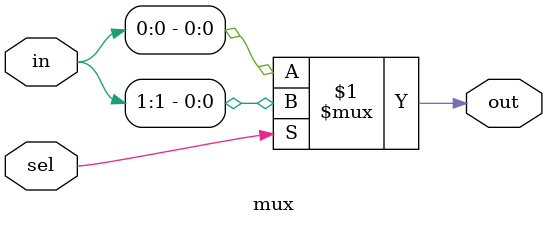
<source format=sv>
`ifndef MUX_SV
`define MUX_SV

module mux (
    input  wire [1:0] in,
    input  wire sel,
    output wire out
);
    assign out = sel ? in[1] : in[0];
endmodule

`endif

</source>
